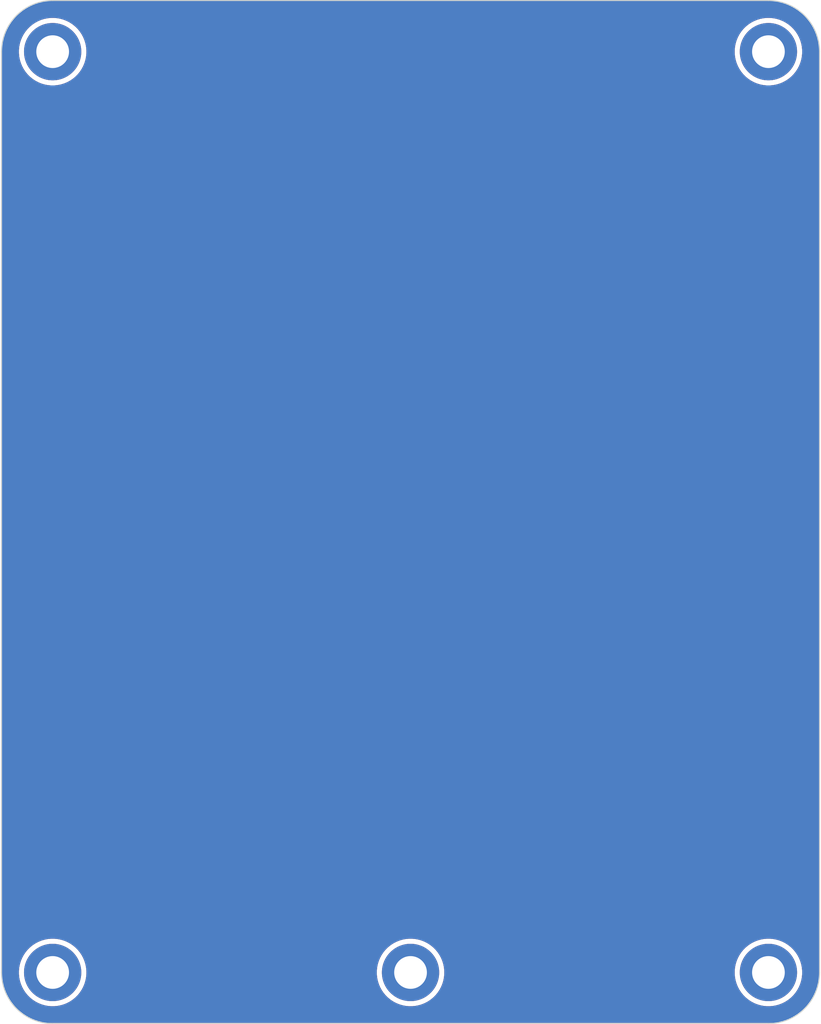
<source format=kicad_pcb>
(kicad_pcb (version 20241229) (generator "pcbnew") (generator_version "9.0")
  (layers (0 "F.Cu" signal) (2 "B.Cu" signal) (13 "F.Paste" user) (15 "B.Paste" user) (5 "F.SilkS" user "F.Silkscreen") (7 "B.SilkS" user "B.Silkscreen") (1 "F.Mask" user) (3 "B.Mask" user) (25 "Edge.Cuts" user))
  (net 0 "")
  (footprint "MountingHole:MountingHole_3.2mm_M3_DIN965_Pad_TopBottom" (layer "F.Cu") (at 55 145)
    (property "Reference" "H3" (hide yes))
    (property "Value" "MountingHole")
    (pad "1" thru_hole circle (at 0 0) (size 3.6 3.6) (drill 3.2) (layers "*.Cu" "*.Mask"))
    (pad "1" connect circle (at 0 0) (size 5.6 5.6) (layers "F.Cu" "F.Mask"))
    (pad "1" connect circle (at 0 0) (size 5.6 5.6) (layers "B.Cu" "B.Mask"))
  )
  (footprint "MountingHole:MountingHole_3.2mm_M3_DIN965_Pad_TopBottom" (layer "F.Cu") (at 125 145)
    (property "Reference" "H4" (hide yes))
    (property "Value" "MountingHole")
    (pad "1" thru_hole circle (at 0 0) (size 3.6 3.6) (drill 3.2) (layers "*.Cu" "*.Mask"))
    (pad "1" connect circle (at 0 0) (size 5.6 5.6) (layers "F.Cu" "F.Mask"))
    (pad "1" connect circle (at 0 0) (size 5.6 5.6) (layers "B.Cu" "B.Mask"))
  )
  (footprint "MountingHole:MountingHole_3.2mm_M3_DIN965_Pad_TopBottom" (layer "F.Cu") (at 55 55)
    (property "Reference" "H1" (hide yes))
    (property "Value" "MountingHole")
    (pad "1" thru_hole circle (at 0 0) (size 3.6 3.6) (drill 3.2) (layers "*.Cu" "*.Mask"))
    (pad "1" connect circle (at 0 0) (size 5.6 5.6) (layers "F.Cu" "F.Mask"))
    (pad "1" connect circle (at 0 0) (size 5.6 5.6) (layers "B.Cu" "B.Mask"))
  )
  (footprint "MountingHole:MountingHole_3.2mm_M3_DIN965_Pad_TopBottom" (layer "F.Cu") (at 125 55)
    (property "Reference" "H2" (hide yes))
    (property "Value" "MountingHole")
    (pad "1" thru_hole circle (at 0 0) (size 3.6 3.6) (drill 3.2) (layers "*.Cu" "*.Mask"))
    (pad "1" connect circle (at 0 0) (size 5.6 5.6) (layers "F.Cu" "F.Mask"))
    (pad "1" connect circle (at 0 0) (size 5.6 5.6) (layers "B.Cu" "B.Mask"))
  )
  (footprint "MountingHole:MountingHole_3.2mm_M3_DIN965_Pad_TopBottom" (layer "F.Cu") (at 90 145)
    (property "Reference" "H11" (hide yes))
    (property "Value" "MountingHole")
    (pad "1" thru_hole circle (at 0 0) (size 3.6 3.6) (drill 3.2) (layers "*.Cu" "*.Mask"))
    (pad "1" connect circle (at 0 0) (size 5.6 5.6) (layers "F.Cu" "F.Mask"))
    (pad "1" connect circle (at 0 0) (size 5.6 5.6) (layers "B.Cu" "B.Mask"))
  )
  (gr_line (start 50 55) (end 50 145) (stroke (width 0.1)) (layer "Edge.Cuts"))
  (gr_arc (start 50 55) (mid 51.464467 51.464467) (end 55 50) (stroke (width 0.1)) (layer "Edge.Cuts"))
  (gr_arc (start 125 50) (mid 128.535533 51.464467) (end 130 55) (stroke (width 0.1)) (layer "Edge.Cuts"))
  (gr_line (start 55 150) (end 125 150) (stroke (width 0.1)) (layer "Edge.Cuts"))
  (gr_line (start 130 145) (end 130 55) (stroke (width 0.1)) (layer "Edge.Cuts"))
  (gr_arc (start 55 150) (mid 51.464467 148.535533) (end 50 145) (stroke (width 0.1)) (layer "Edge.Cuts"))
  (gr_line (start 125 50) (end 55 50) (stroke (width 0.1)) (layer "Edge.Cuts"))
  (gr_arc (start 130 145) (mid 128.535533 148.535533) (end 125 150) (stroke (width 0.1)) (layer "Edge.Cuts"))
  (zone (net 0) (net_name "") (layer "F.Cu") (connect_pads (clearance 0.5)) (min_thickness 0.25) (fill yes (thermal_gap 0.5) (thermal_bridge_width 0.5))
    (polygon (pts (xy 50 50) (xy 130.02 50) (xy 130.02 149.93) (xy 50 149.93)))
  )
  (zone (net 0) (net_name "") (layer "B.Cu") (connect_pads (clearance 0.5)) (min_thickness 0.25) (fill yes (thermal_gap 0.5) (thermal_bridge_width 0.5) (island_removal_mode 1) (island_area_min 10))
    (polygon (pts (xy 49.98 50) (xy 130 50) (xy 130 149.93) (xy 49.98 149.93)))
  )
)
</source>
